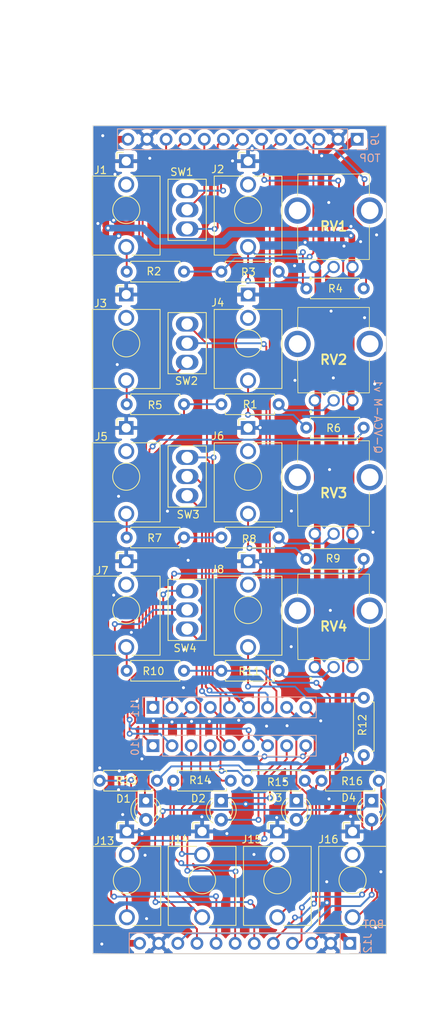
<source format=kicad_pcb>
(kicad_pcb (version 20241229) (generator "pcbnew") (generator_version "9.0")
  (layers (0 "F.Cu" signal) (2 "B.Cu" signal) (13 "F.Paste" user) (15 "B.Paste" user) (5 "F.SilkS" user "F.Silkscreen") (7 "B.SilkS" user "B.Silkscreen") (1 "F.Mask" user) (3 "B.Mask" user) (25 "Edge.Cuts" user))
  (net 0 "")
  (net 1 "Net-(J1-PadT)")
  (net 2 "GND")
  (net 4 "Net-(J2-PadT)")
  (net 6 "Net-(J3-PadT)")
  (net 8 "Net-(J4-PadT)")
  (net 11 "Net-(J5-PadT)")
  (net 13 "Net-(J6-PadT)")
  (net 15 "Net-(J7-PadT)")
  (net 17 "Net-(J8-PadT)")
  (net 18 "/MIX_A")
  (net 19 "Net-(J13-PadT)")
  (net 20 "/LED_A1")
  (net 21 "/MIX_B")
  (net 22 "/MIX_C")
  (net 23 "/LED_A2")
  (net 24 "Net-(J14-PadT)")
  (net 25 "/LED_B2")
  (net 26 "/COMMON_A")
  (net 27 "+12V")
  (net 28 "/IN_A")
  (net 29 "-12V")
  (net 30 "/OUT_B")
  (net 31 "/LIN_A")
  (net 32 "/OFFSET_B")
  (net 33 "/LOG_A")
  (net 34 "/LOG_B")
  (net 35 "/OFFSET_A")
  (net 36 "/IN_B")
  (net 37 "/OUT_A")
  (net 38 "/LIN_B")
  (net 39 "/COMMON_B")
  (net 40 "/LIN_D")
  (net 41 "/OUT_C")
  (net 42 "/COMMON_D")
  (net 43 "/IN_D")
  (net 44 "/LOG_C")
  (net 45 "/OFFSET_D")
  (net 46 "/OFFSET_C")
  (net 47 "/COMMON_C")
  (net 48 "/MIX_OUT")
  (net 49 "/LOG_D")
  (net 50 "/IN_C")
  (net 51 "/LIN_C")
  (net 52 "Net-(R1-Pad1)")
  (net 53 "Net-(R3-Pad1)")
  (net 54 "Net-(R8-Pad1)")
  (net 55 "Net-(R11-Pad1)")
  (net 56 "/LED_B1")
  (net 57 "/LED_C2")
  (net 58 "/LED_C1")
  (net 59 "/LED_MIX1")
  (net 60 "/LED_MIX2")
  (net 61 "Net-(J15-PadT)")
  (net 63 "Net-(J16-PadT)")
  (footprint "Eurorack Common:Sub-Miniature SPDT" (layer "F.Cu") (at 33.219261 58.134307 90)
    (property "Reference" "SW2")
    (property "Value" "~")
  )
  (footprint "Resistor_THT:R_Axial_DIN0207_L6.3mm_D2.5mm_P7.62mm_Horizontal" (layer "F.Cu") (at 25.18 48.63017)
    (property "Reference" "R2")
    (property "Value" "100K")
  )
  (footprint "Eurorack Common:Thonkicon" (layer "F.Cu") (at 55.205911 122.991224)
    (property "Reference" "J16")
    (property "Value" "~")
  )
  (footprint "Eurorack Common:Thonkicon" (layer "F.Cu") (at 41.315973 51.674307)
    (property "Reference" "J4")
    (property "Value" "~")
  )
  (footprint "Eurorack Common:Thonkicon" (layer "F.Cu") (at 25.119261 33.959135)
    (property "Reference" "J1")
    (property "Value" "~")
  )
  (footprint "Eurorack Common:Thonkicon" (layer "F.Cu") (at 25.119261 87.104651)
    (property "Reference" "J7")
    (property "Value" "~")
  )
  (footprint "Eurorack Common:Sub-Miniature SPDT" (layer "F.Cu") (at 33.219261 93.564651 90)
    (property "Reference" "SW4")
    (property "Value" "~")
  )
  (footprint "Eurorack Common:Thonkicon" (layer "F.Cu") (at 45.205911 122.991224)
    (property "Reference" "J15")
    (property "Value" "~")
  )
  (footprint "LED_THT:LED_D3.0mm" (layer "F.Cu") (at 27.73663 118.903826 -90)
    (property "Reference" "D1")
    (property "Value" "LED_Dual_Bidirectional")
  )
  (footprint "Eurorack Common:Thonkicon" (layer "F.Cu") (at 25.119261 51.674307)
    (property "Reference" "J3")
    (property "Value" "~")
  )
  (footprint "Eurorack Common:Alpha Potentiometer" (layer "F.Cu") (at 50.192503 48.018271)
    (property "Reference" "RV1")
    (property "Value" "100K" (hide yes))
  )
  (footprint "Resistor_THT:R_Axial_DIN0207_L6.3mm_D2.5mm_P7.62mm_Horizontal" (layer "F.Cu") (at 56.7 105.24474 -90)
    (property "Reference" "R12")
    (property "Value" "100K")
  )
  (footprint "Resistor_THT:R_Axial_DIN0207_L6.3mm_D2.5mm_P7.62mm_Horizontal" (layer "F.Cu") (at 25.18 101.65)
    (property "Reference" "R10")
    (property "Value" "100K")
  )
  (footprint "Resistor_THT:R_Axial_DIN0207_L6.3mm_D2.5mm_P7.62mm_Horizontal" (layer "F.Cu") (at 49.056932 69.360371)
    (property "Reference" "R6")
    (property "Value" "100K")
  )
  (footprint "Resistor_THT:R_Axial_DIN0207_L6.3mm_D2.5mm_P7.62mm_Horizontal" (layer "F.Cu") (at 49.068659 50.867445)
    (property "Reference" "R4")
    (property "Value" "100K")
  )
  (footprint "Resistor_THT:R_Axial_DIN0207_L6.3mm_D2.5mm_P7.62mm_Horizontal" (layer "F.Cu") (at 21.59 116.25)
    (property "Reference" "R13")
    (property "Value" "1K")
  )
  (footprint "Eurorack Common:Thonkicon" (layer "F.Cu") (at 35.205911 122.991224)
    (property "Reference" "J14")
    (property "Value" "~")
  )
  (footprint "LED_THT:LED_D3.0mm" (layer "F.Cu") (at 37.73663 118.903826 -90)
    (property "Reference" "D2")
    (property "Value" "LED_Dual_Bidirectional")
  )
  (footprint "Eurorack Common:Thonkicon" (layer "F.Cu") (at 25.205911 122.991224)
    (property "Reference" "J13")
    (property "Value" "~")
  )
  (footprint "Eurorack Common:Thonkicon" (layer "F.Cu") (at 41.315973 33.959135)
    (property "Reference" "J2")
    (property "Value" "~")
  )
  (footprint "Eurorack Common:Thonkicon" (layer "F.Cu") (at 25.119261 69.389479)
    (property "Reference" "J5")
    (property "Value" "~")
  )
  (footprint "Eurorack Common:Sub-Miniature SPDT" (layer "F.Cu") (at 33.219261 75.849479 90)
    (property "Reference" "SW3")
    (property "Value" "~")
  )
  (footprint "Eurorack Common:Sub-Miniature SPDT" (layer "F.Cu") (at 33.219261 40.419135 90)
    (property "Reference" "SW1")
    (property "Value" "~")
  )
  (footprint "Resistor_THT:R_Axial_DIN0207_L6.3mm_D2.5mm_P7.62mm_Horizontal" (layer "F.Cu") (at 48.861426 116.25 180)
    (property "Reference" "R15")
    (property "Value" "1K")
  )
  (footprint "Resistor_THT:R_Axial_DIN0207_L6.3mm_D2.5mm_P7.62mm_Horizontal" (layer "F.Cu") (at 58.7 116.25 180)
    (property "Reference" "R16")
    (property "Value" "1K")
  )
  (footprint "Eurorack Common:Thonkicon" (layer "F.Cu") (at 41.315973 87.104651)
    (property "Reference" "J8")
    (property "Value" "~")
  )
  (footprint "LED_THT:LED_D3.0mm" (layer "F.Cu") (at 47.73663 118.903826 -90)
    (property "Reference" "D3")
    (property "Value" "LED_Dual_Bidirectional")
  )
  (footprint "Resistor_THT:R_Axial_DIN0207_L6.3mm_D2.5mm_P7.62mm_Horizontal" (layer "F.Cu") (at 25.18 83.95)
    (property "Reference" "R7")
    (property "Value" "100K")
  )
  (footprint "Resistor_THT:R_Axial_DIN0207_L6.3mm_D2.5mm_P7.62mm_Horizontal" (layer "F.Cu") (at 25.18 66.25)
    (property "Reference" "R5")
    (property "Value" "100K")
  )
  (footprint "Resistor_THT:R_Axial_DIN0207_L6.3mm_D2.5mm_P7.62mm_Horizontal" (layer "F.Cu") (at 45.383899 66.25 180)
    (property "Reference" "R1")
    (property "Value" "100K")
  )
  (footprint "Resistor_THT:R_Axial_DIN0207_L6.3mm_D2.5mm_P7.62mm_Horizontal" (layer "F.Cu") (at 45.383899 83.95 180)
    (property "Reference" "R8")
    (property "Value" "100K")
  )
  (footprint "Eurorack Common:Alpha Potentiometer" (layer "F.Cu") (at 50.192503 65.733742)
    (property "Reference" "RV2")
    (property "Value" "100K" (hide yes))
  )
  (footprint "LED_THT:LED_D3.0mm" (layer "F.Cu") (at 57.73663 118.903826 -90)
    (property "Reference" "D4")
    (property "Value" "LED_Dual_Bidirectional")
  )
  (footprint "Resistor_THT:R_Axial_DIN0207_L6.3mm_D2.5mm_P7.62mm_Horizontal" (layer "F.Cu") (at 31.38 116.25)
    (property "Reference" "R14")
    (property "Value" "1K")
  )
  (footprint "Resistor_THT:R_Axial_DIN0207_L6.3mm_D2.5mm_P7.62mm_Horizontal" (layer "F.Cu") (at 45.383899 48.63017 180)
    (property "Reference" "R3")
    (property "Value" "100K")
  )
  (footprint "Eurorack Common:Alpha Potentiometer" (layer "F.Cu") (at 50.192503 101.164685)
    (property "Reference" "RV4")
    (property "Value" "100K" (hide yes))
  )
  (footprint "Eurorack Common:Alpha Potentiometer" (layer "F.Cu") (at 50.192503 83.449214)
    (property "Reference" "RV3")
    (property "Value" "100K" (hide yes))
  )
  (footprint "Resistor_THT:R_Axial_DIN0207_L6.3mm_D2.5mm_P7.62mm_Horizontal" (layer "F.Cu") (at 45.383899 101.65 180)
    (property "Reference" "R11")
    (property "Value" "100K")
  )
  (footprint "Eurorack Common:Thonkicon" (layer "F.Cu") (at 41.315973 69.389479)
    (property "Reference" "J6")
    (property "Value" "~")
  )
  (footprint "Resistor_THT:R_Axial_DIN0207_L6.3mm_D2.5mm_P7.62mm_Horizontal" (layer "F.Cu") (at 49.068659 86.794916)
    (property "Reference" "R9")
    (property "Value" "100K")
  )
  (footprint "Connector_PinHeader_2.54mm:PinHeader_1x09_P2.54mm_Vertical" (layer "B.Cu") (at 28.671838 106.515247 -90)
    (property "Reference" "J11")
    (property "Value" "Conn_01x09_Socket")
  )
  (footprint "Connector_PinHeader_2.54mm:PinHeader_1x09_P2.54mm_Vertical" (layer "B.Cu") (at 28.671838 111.602783 -90)
    (property "Reference" "J10")
    (property "Value" "Conn_01x09_Socket")
  )
  (footprint "Connector_PinHeader_2.54mm:PinHeader_1x13_P2.54mm_Vertical" (layer "B.Cu") (at 55.82 31.05 90)
    (property "Reference" "J9")
    (property "Value" "Conn_01x13_Socket")
  )
  (footprint "Connector_PinHeader_2.54mm:PinHeader_1x12_P2.54mm_Vertical" (layer "B.Cu") (at 54.84 137.85 90)
    (property "Reference" "J12")
    (property "Value" "Conn_01x12_Pin")
  )
  (gr_rect (start 20.7 29.25) (end 59.7 139.25) (stroke (width 0.1)) (fill no) (layer "Edge.Cuts"))
  (gr_text "Q-VCA-M v1" (at 58 72.9 270) (layer "B.SilkS") (effects (font (size 1 1)) (justify left bottom mirror)))
  (gr_text "BOT" (at 59.5 135.9 0) (layer "B.SilkS") (effects (font (size 1 1)) (justify left bottom mirror)))
  (gr_text "TOP" (at 59 34.15 0) (layer "B.SilkS") (effects (font (size 1 1)) (justify left bottom mirror)))
  (segment (start 25.18 48.63017) (end 25.18 45.419874) (width 0.25) (layer "F.Cu") (net 1))
  (segment (start 25.18 45.419874) (end 25.119261 45.359135) (width 0.25) (layer "F.Cu") (net 1))
  (segment (start 24.2 114.95) (end 24.2 117.35) (width 0.25) (layer "F.Cu") (net 2))
  (segment (start 24.2 117.35) (end 24.1 117.45) (width 0.25) (layer "F.Cu") (net 2))
  (via (at 32.775 98.85) (size 0.8) (drill 0.4) (layers "F.Cu" "B.Cu") (net 2))
  (via (at 36.2 116.45) (size 0.8) (drill 0.4) (layers "F.Cu" "B.Cu") (net 2))
  (via (at 25.8 96.55) (size 0.8) (drill 0.4) (layers "F.Cu" "B.Cu") (net 2))
  (via (at 56.8 54.75) (size 0.8) (drill 0.4) (layers "F.Cu" "B.Cu") (net 2))
  (via (at 33.8 108.375) (size 0.8) (drill 0.4) (layers "F.Cu" "B.Cu") (net 2))
  (via (at 52.15 74.925) (size 0.8) (drill 0.4) (layers "F.Cu" "B.Cu") (net 2))
  (via (at 26.55 105.7) (size 0.8) (drill 0.4) (layers "F.Cu" "B.Cu") (net 2))
  (via (at 51.1 33.25) (size 0.8) (drill 0.4) (layers "F.Cu" "B.Cu") (net 2))
  (via (at 40.075 108.225) (size 0.8) (drill 0.4) (layers "F.Cu" "B.Cu") (net 2))
  (via (at 33.35 86.975) (size 0.8) (drill 0.4) (layers "F.Cu" "B.Cu") (net 2))
  (via (at 47.075 80.425) (size 0.8) (drill 0.4) (layers "F.Cu" "B.Cu") (net 2))
  (via (at 22 30.575) (size 0.8) (drill 0.4) (layers "F.Cu" "B.Cu") (net 2))
  (via (at 23.925 60.975) (size 0.8) (drill 0.4) (layers "F.Cu" "B.Cu") (net 2))
  (via (at 27.225 123.275) (size 0.8) (drill 0.4) (layers "F.Cu" "B.Cu") (net 2))
  (via (at 58.975 128.35) (size 0.8) (drill 0.4) (layers "F.Cu" "B.Cu") (net 2))
  (via (at 24.1 117.45) (size 0.8) (drill 0.4) (layers "F.Cu" "B.Cu") (net 2))
  (via (at 24.1 43.895) (size 0.8) (drill 0.4) (layers "F.Cu" "B.Cu") (net 2))
  (via (at 47.55 63.075) (size 0.8) (drill 0.4) (layers "F.Cu" "B.Cu") (net 2))
  (via (at 38.5 123.275) (size 0.8) (drill 0.4) (layers "F.Cu" "B.Cu") (net 2))
  (via (at 45.125 121.15) (size 0.8) (drill 0.4) (layers "F.Cu" "B.Cu") (net 2))
  (via (at 27.825 134.575) (size 0.8) (drill 0.4) (layers "F.Cu" "B.Cu") (net 2))
  (via (at 52.25 93.625) (size 0.8) (drill 0.4) (layers "F.Cu" "B.Cu") (net 2))
  (via (at 21.875 137.95) (size 0.8) (drill 0.4) (layers "F.Cu" "B.Cu") (net 2))
  (via (at 42.1 126.05) (size 0.8) (drill 0.4) (layers "F.Cu" "B.Cu") (net 2))
  (via (at 47.05 98.45) (size 0.8) (drill 0.4) (layers "F.Cu" "B.Cu") (net 2))
  (via (at 24.2 114.95) (size 0.8) (drill 0.4) (layers "F.Cu" "B.Cu") (net 2))
  (via (at 56.275 44.65) (size 0.8) (drill 0.4) (layers "F.Cu" "B.Cu") (net 2))
  (via (at 28.25 33.575) (size 0.8) (drill 0.4) (layers "F.Cu" "B.Cu") (net 2))
  (via (at 58.4 43.75) (size 0.8) (drill 0.4) (layers "F.Cu" "B.Cu") (net 2))
  (via (at 27.2 113.35) (size 0.8) (drill 0.4) (layers "F.Cu" "B.Cu") (net 2))
  (via (at 52.35 53.875) (size 0.8) (drill 0.4) (layers "F.Cu" "B.Cu") (net 2))
  (via (at 50.975 108.3) (size 0.8) (drill 0.4) (layers "F.Cu" "B.Cu") (net 2))
  (via (at 43.775 109) (size 0.8) (drill 0.4) (layers "F.Cu" "B.Cu") (net 2))
  (via (at 52.075 118.675) (size 0.8) (drill 0.4) (layers "F.Cu" "B.Cu") (net 2))
  (via (at 30.6 80.45) (size 0.8) (drill 0.4) (layers "F.Cu" "B.Cu") (net 2))
  (via (at 51.8 132.45) (size 0.8) (drill 0.4) (layers "F.Cu" "B.Cu") (net 2))
  (via (at 54.067348 45.237347) (size 0.8) (drill 0.4) (layers "F.Cu" "B.Cu") (net 2))
  (via (at 41 119.35) (size 0.8) (drill 0.4) (layers "F.Cu" "B.Cu") (net 2))
  (via (at 23.45 91.6) (size 0.8) (drill 0.4) (layers "F.Cu" "B.Cu") (net 2))
  (via (at 52.65 62.75) (size 0.8) (drill 0.4) (layers "F.Cu" "B.Cu") (net 2))
  (via (at 32.725 103.9) (size 0.8) (drill 0.4) (layers "F.Cu" "B.Cu") (net 2))
  (via (at 42.925 69.35) (size 0.8) (drill 0.4) (layers "F.Cu" "B.Cu") (net 2))
  (via (at 23.625 35.7) (size 0.8) (drill 0.4) (layers "F.Cu" "B.Cu") (net 2))
  (via (at 28.725 108.3) (size 0.8) (drill 0.4) (layers "F.Cu" "B.Cu") (net 2))
  (via (at 57.925 83.25) (size 0.8) (drill 0.4) (layers "F.Cu" "B.Cu") (net 2))
  (via (at 36.175 108.375) (size 0.8) (drill 0.4) (layers "F.Cu" "B.Cu") (net 2))
  (via (at 48.9 44.75) (size 0.8) (drill 0.4) (layers "F.Cu" "B.Cu") (net 2))
  (via (at 21.355 42.237326) (size 0.8) (drill 0.4) (layers "F.Cu" "B.Cu") (net 2))
  (via (at 24.65 120.75) (size 0.8) (drill 0.4) (layers "F.Cu" "B.Cu") (net 2))
  (via (at 27.625 126.15) (size 0.8) (drill 0.4) (layers "F.Cu" "B.Cu") (net 2))
  (via (at 39.25 33.925) (size 0.8) (drill 0.4) (layers "F.Cu" "B.Cu") (net 2))
  (via (at 23.445 41.805) (size 0.8) (drill 0.4) (layers "F.Cu" "B.Cu") (net 2))
  (via (at 54.95 121) (size 0.8) (drill 0.4) (layers "F.Cu" "B.Cu") (net 2))
  (via (at 51.775 129.675) (size 0.8) (drill 0.4) (layers "F.Cu" "B.Cu") (net 2))
  (via (at 47.5 47.85) (size 0.8) (drill 0.4) (layers "F.Cu" "B.Cu") (net 2))
  (via (at 31.2 108.45) (size 0.8) (drill 0.4) (layers "F.Cu" "B.Cu") (net 2))
  (via (at 58.275 135.775) (size 0.8) (drill 0.4) (layers "F.Cu" "B.Cu") (net 2))
  (via (at 24.1 78.475) (size 0.8) (drill 0.4) (layers "F.Cu" "B.Cu") (net 2))
  (via (at 46.2 116.25) (size 0.8) (drill 0.4) (layers "F.Cu" "B.Cu") (net 2))
  (via (at 58.15 63.55) (size 0.8) (drill 0.4) (layers "F.Cu" "B.Cu") (net 2))
  (via (at 41.85 32.275) (size 0.8) (drill 0.4) (layers "F.Cu" "B.Cu") (net 2))
  (via (at 21.6 114.55) (size 0.8) (drill 0.4) (layers "F.Cu" "B.Cu") (net 2))
  (via (at 52.045 39.45) (size 0.8) (drill 0.4) (layers "F.Cu" "B.Cu") (net 2))
  (via (at 35.175 121.05) (size 0.8) (drill 0.4) (layers "F.Cu" "B.Cu") (net 2))
  (via (at 43 87.225) (size 0.8) (drill 0.4) (layers "F.Cu" "B.Cu") (net 2))
  (via (at 46.5 108.95) (size 0.8) (drill 0.4) (layers "F.Cu" "B.Cu") (net 2))
  (via (at 54.995433 42.621929) (size 0.8) (drill 0.4) (layers "F.Cu" "B.Cu") (net 2))
  (segment (start 41.315973 49.834027) (end 41.315973 45.359135) (width 0.25) (layer "F.Cu") (net 4))
  (segment (start 48.6 46.05) (end 48.6 50.398786) (width 0.25) (layer "F.Cu") (net 4))
  (segment (start 48.6 50.398786) (end 49.068659 50.867445) (width 0.25) (layer "F.Cu") (net 4))
  (segment (start 41.3 49.85) (end 41.315973 49.834027) (width 0.25) (layer "F.Cu") (net 4))
  (via (at 48.6 46.05) (size 0.8) (drill 0.4) (layers "F.Cu" "B.Cu") (net 4))
  (via (at 41.3 49.85) (size 0.8) (drill 0.4) (layers "F.Cu" "B.Cu") (net 4))
  (segment (start 48.3 46.35) (end 48.6 46.05) (width 0.25) (layer "B.Cu") (net 4))
  (segment (start 42.3 46.35) (end 48.3 46.35) (width 0.25) (layer "B.Cu") (net 4))
  (segment (start 49.068659 50.867445) (end 48.26866 50.067446) (width 0.25) (layer "B.Cu") (net 4))
  (segment (start 41.517446 50.067446) (end 41.3 49.85) (width 0.25) (layer "B.Cu") (net 4))
  (segment (start 48.26866 50.067446) (end 41.517446 50.067446) (width 0.25) (layer "B.Cu") (net 4))
  (segment (start 41.315973 45.359135) (end 41.315973 45.365973) (width 0.25) (layer "B.Cu") (net 4))
  (segment (start 41.315973 45.365973) (end 42.3 46.35) (width 0.25) (layer "B.Cu") (net 4))
  (segment (start 25.18 66.25) (end 25.18 63.135046) (width 0.25) (layer "F.Cu") (net 6))
  (segment (start 25.18 63.135046) (end 25.119261 63.074307) (width 0.25) (layer "F.Cu") (net 6))
  (segment (start 41.3 67.65) (end 41.315973 67.634027) (width 0.25) (layer "F.Cu") (net 8))
  (segment (start 41.315973 67.634027) (end 41.315973 63.074307) (width 0.25) (layer "F.Cu") (net 8))
  (via (at 41.3 67.65) (size 0.8) (drill 0.4) (layers "F.Cu" "B.Cu") (net 8))
  (segment (start 47.346561 67.65) (end 41.3 67.65) (width 0.25) (layer "B.Cu") (net 8))
  (segment (start 49.068659 69.372098) (end 47.346561 67.65) (width 0.25) (layer "B.Cu") (net 8))
  (segment (start 25.18 83.95) (end 25.18 80.850218) (width 0.25) (layer "F.Cu") (net 11))
  (segment (start 25.18 80.850218) (end 25.119261 80.789479) (width 0.25) (layer "F.Cu") (net 11))
  (segment (start 41.315973 85.165973) (end 41.315973 80.789479) (width 0.25) (layer "F.Cu") (net 13))
  (segment (start 41.5 85.35) (end 41.315973 85.165973) (width 0.25) (layer "F.Cu") (net 13))
  (via (at 41.5 85.35) (size 0.8) (drill 0.4) (layers "F.Cu" "B.Cu") (net 13))
  (segment (start 49.068659 86.794916) (end 47.623743 85.35) (width 0.25) (layer "B.Cu") (net 13))
  (segment (start 47.623743 85.35) (end 41.5 85.35) (width 0.25) (layer "B.Cu") (net 13))
  (segment (start 25.18 98.56539) (end 25.119261 98.504651) (width 0.25) (layer "F.Cu") (net 15))
  (segment (start 25.18 101.65) (end 25.18 98.56539) (width 0.25) (layer "F.Cu") (net 15))
  (segment (start 41.315973 103.75) (end 41.315973 98.504651) (width 0.25) (layer "F.Cu") (net 17))
  (via (at 41.315973 103.75) (size 0.8) (drill 0.4) (layers "F.Cu" "B.Cu") (net 17))
  (segment (start 47.573919 103.75) (end 49.068659 105.24474) (width 0.25) (layer "B.Cu") (net 17))
  (segment (start 41.315973 103.75) (end 47.573919 103.75) (width 0.25) (layer "B.Cu") (net 17))
  (segment (start 49.068659 105.24474) (end 56.7 105.24474) (width 0.25) (layer "B.Cu") (net 17))
  (segment (start 44.2 32.51) (end 45.66 31.05) (width 0.25) (layer "F.Cu") (net 18))
  (segment (start 43.5 123.95) (end 43.5 115.35) (width 0.25) (layer "F.Cu") (net 18))
  (segment (start 43.5 115.35) (end 45.087838 113.762162) (width 0.25) (layer "F.Cu") (net 18))
  (segment (start 45.087838 113.762162) (end 45.087838 104.337838) (width 0.25) (layer "F.Cu") (net 18))
  (segment (start 44.2 103.45) (end 44.2 32.51) (width 0.25) (layer "F.Cu") (net 18))
  (segment (start 45.087838 104.337838) (end 44.2 103.45) (width 0.25) (layer "F.Cu") (net 18))
  (via (at 43.5 123.95) (size 0.8) (drill 0.4) (layers "F.Cu" "B.Cu") (net 18))
  (segment (start 27.064911 124.232224) (end 43.217776 124.232224) (width 0.25) (layer "B.Cu") (net 18))
  (segment (start 25.205911 126.091224) (end 27.064911 124.232224) (width 0.25) (layer "B.Cu") (net 18))
  (segment (start 43.217776 124.232224) (end 43.5 123.95) (width 0.25) (layer "B.Cu") (net 18))
  (segment (start 23.575219 130.147197) (end 25.205911 131.77789) (width 0.25) (layer "F.Cu") (net 19))
  (segment (start 23.575219 120.574781) (end 23.575219 130.147197) (width 0.25) (layer "F.Cu") (net 19))
  (segment (start 25.205911 131.77789) (end 25.205911 134.391224) (width 0.25) (layer "F.Cu") (net 19))
  (segment (start 25.775 116.15) (end 25.775 118.375) (width 0.25) (layer "F.Cu") (net 19))
  (segment (start 25.775 118.375) (end 23.575219 120.574781) (width 0.25) (layer "F.Cu") (net 19))
  (segment (start 21.429 116.411) (end 21.59 116.25) (width 0.25) (layer "F.Cu") (net 19))
  (via (at 25.775 116.15) (size 0.8) (drill 0.4) (layers "F.Cu" "B.Cu") (net 19))
  (segment (start 25.775 116.15) (end 25.675 116.25) (width 0.25) (layer "B.Cu") (net 19))
  (segment (start 25.675 116.25) (end 21.59 116.25) (width 0.25) (layer "B.Cu") (net 19))
  (segment (start 27.3 101.78781) (end 27.3 36.71) (width 0.25) (layer "F.Cu") (net 20))
  (segment (start 27.6 115.35) (end 26.3 114.05) (width 0.25) (layer "F.Cu") (net 20))
  (segment (start 27.3 36.71) (end 32.96 31.05) (width 0.25) (layer "F.Cu") (net 20))
  (segment (start 27.73663 118.903826) (end 27.6 118.767196) (width 0.25) (layer "F.Cu") (net 20))
  (segment (start 26.3 114.05) (end 26.3 112.299) (width 0.25) (layer "F.Cu") (net 20))
  (segment (start 26.3 112.299) (end 24.851 110.85) (width 0.25) (layer "F.Cu") (net 20))
  (segment (start 27.6 118.767196) (end 27.6 115.35) (width 0.25) (layer "F.Cu") (net 20))
  (segment (start 24.851 110.85) (end 24.851 104.23681) (width 0.25) (layer "F.Cu") (net 20))
  (segment (start 24.851 104.23681) (end 27.3 101.78781) (width 0.25) (layer "F.Cu") (net 20))
  (segment (start 32.519571 119.880429) (end 33.751838 118.648162) (width 0.25) (layer "F.Cu") (net 21))
  (segment (start 32.519571 125.975) (end 32.519571 119.880429) (width 0.25) (layer "F.Cu") (net 21))
  (segment (start 33.751838 118.648162) (end 33.751838 111.602783) (width 0.25) (layer "F.Cu") (net 21))
  (via (at 32.519571 125.975) (size 0.8) (drill 0.4) (layers "F.Cu" "B.Cu") (net 21))
  (segment (start 32.519571 125.975) (end 35.089687 125.975) (width 0.25) (layer "B.Cu") (net 21))
  (segment (start 35.089687 125.975) (end 35.205911 126.091224) (width 0.25) (layer "B.Cu") (net 21))
  (segment (start 31.45 119.106) (end 32.506 118.05) (width 0.25) (layer "F.Cu") (net 22))
  (segment (start 31.45 126.4) (end 31.45 119.106) (width 0.25) (layer "F.Cu") (net 22))
  (segment (start 32.432934 127.196243) (end 32.246243 127.196243) (width 0.25) (layer "F.Cu") (net 22))
  (segment (start 32.246243 127.196243) (end 31.45 126.4) (width 0.25) (layer "F.Cu") (net 22))
  (segment (start 32.506 107.761085) (end 33.751838 106.515247) (width 0.25) (layer "F.Cu") (net 22))
  (segment (start 32.506 118.05) (end 32.506 107.761085) (width 0.25) (layer "F.Cu") (net 22))
  (via (at 32.432934 127.196243) (size 0.8) (drill 0.4) (layers "F.Cu" "B.Cu") (net 22))
  (segment (start 43.814911 127.482224) (end 45.205911 126.091224) (width 0.25) (layer "B.Cu") (net 22))
  (segment (start 32.532224 127.482224) (end 43.814911 127.482224) (width 0.25) (layer "B.Cu") (net 22))
  (segment (start 32.432934 127.196243) (end 32.432934 127.382934) (width 0.25) (layer "B.Cu") (net 22))
  (segment (start 32.432934 127.382934) (end 32.532224 127.482224) (width 0.25) (layer "B.Cu") (net 22))
  (segment (start 30.42 32.95219) (end 30.42 31.05) (width 0.25) (layer "F.Cu") (net 23))
  (segment (start 27.73663 121.443826) (end 27.693826 121.443826) (width 0.25) (layer "F.Cu") (net 23))
  (segment (start 26.849 36.52319) (end 30.42 32.95219) (width 0.25) (layer "F.Cu") (net 23))
  (segment (start 24.4 104.05) (end 26.849 101.601) (width 0.25) (layer "F.Cu") (net 23))
  (segment (start 26.5 115.601) (end 25.849 114.95) (width 0.25) (layer "F.Cu") (net 23))
  (segment (start 26.5 120.25) (end 26.5 115.601) (width 0.25) (layer "F.Cu") (net 23))
  (segment (start 25.849 114.95) (end 25.849 112.48581) (width 0.25) (layer "F.Cu") (net 23))
  (segment (start 24.4 111.03681) (end 24.4 104.05) (width 0.25) (layer "F.Cu") (net 23))
  (segment (start 25.849 112.48581) (end 24.4 111.03681) (width 0.25) (layer "F.Cu") (net 23))
  (segment (start 26.849 101.601) (end 26.849 36.52319) (width 0.25) (layer "F.Cu") (net 23))
  (segment (start 27.693826 121.443826) (end 26.5 120.25) (width 0.25) (layer "F.Cu") (net 23))
  (segment (start 35.205911 134.391224) (end 30.999 130.184313) (width 0.25) (layer "F.Cu") (net 24))
  (segment (start 30.999 116.631) (end 31.38 116.25) (width 0.25) (layer "F.Cu") (net 24))
  (segment (start 30.999 130.184313) (end 30.999 116.631) (width 0.25) (layer "F.Cu") (net 24))
  (segment (start 48.991838 112.633162) (end 48.6 113.025) (width 0.25) (layer "F.Cu") (net 25))
  (segment (start 43.5 113.025) (end 42.7 113.825) (width 0.25) (layer "F.Cu") (net 25))
  (segment (start 42.7 113.825) (end 42.7 121.45) (width 0.25) (layer "F.Cu") (net 25))
  (segment (start 48.991838 111.602783) (end 48.991838 112.633162) (width 0.25) (layer "F.Cu") (net 25))
  (via (at 42.7 121.45) (size 0.8) (drill 0.4) (layers "F.Cu" "B.Cu") (net 25))
  (via (at 48.6 113.025) (size 0.8) (drill 0.4) (layers "F.Cu" "B.Cu") (net 25))
  (via (at 43.5 113.025) (size 0.8) (drill 0.4) (layers "F.Cu" "B.Cu") (net 25))
  (segment (start 42.193826 121.443826) (end 37.73663 121.443826) (width 0.25) (layer "B.Cu") (net 25))
  (segment (start 42.7 121.45) (end 42.2 121.45) (width 0.25) (layer "B.Cu") (net 25))
  (segment (start 48.6 113.025) (end 48.575 113.05) (width 0.25) (layer "B.Cu") (net 25))
  (segment (start 43.525 113.05) (end 43.5 113.025) (width 0.25) (layer "B.Cu") (net 25))
  (segment (start 48.575 113.05) (end 43.525 113.05) (width 0.25) (layer "B.Cu") (net 25))
  (segment (start 42.2 121.45) (end 42.193826 121.443826) (width 0.25) (layer "B.Cu") (net 25))
  (segment (start 35.5 31.05) (end 35.5 38.138396) (width 0.25) (layer "F.Cu") (net 26))
  (segment (start 35.5 38.138396) (end 33.219261 40.419135) (width 0.25) (layer "F.Cu") (net 26))
  (segment (start 53.804 32.546) (end 51 35.35) (width 0.89) (layer "F.Cu") (net 27))
  (segment (start 55.82 31.05) (end 55.3 31.05) (width 0.89) (layer "F.Cu") (net 27))
  (segment (start 51 35.35) (end 51 47.167558) (width 0.89) (layer "F.Cu") (net 27))
  (segment (start 53.255219 128.1) (end 53.255219 136.265219) (width 0.89) (layer "F.Cu") (net 27))
  (segment (start 50.514659 100.892011) (end 50.284046 101.122624) (width 0.89) (layer "F.Cu") (net 27))
  (segment (start 51.6 126.444781) (end 53.255219 128.1) (width 0.89) (layer "F.Cu") (net 27))
  (segment (start 54.776 31.669664) (end 53.899664 32.546) (width 0.89) (layer "F.Cu") (net 27))
  (segment (start 53.899664 32.546) (end 53.804 32.546) (width 0.89) (layer "F.Cu") (net 27))
  (segment (start 50.113348 48.05421) (end 50.6 48.540862) (width 0.89) (layer "F.Cu") (net 27))
  (segment (start 54.776 31.574) (end 54.776 31.669664) (width 0.89) (layer "F.Cu") (net 27))
  (segment (start 55.3 31.05) (end 54.776 31.574) (width 0.89) (layer "F.Cu") (net 27))
  (segment (start 50.284046 83.433153) (end 50.514659 83.663766) (width 0.89) (layer "F.Cu") (net 27))
  (segment (start 50.588814 65.438913) (end 50.284046 65.743681) (width 0.89) (layer "F.Cu") (net 27))
  (segment (start 53.255219 104.093797) (end 53.255219 120.225) (width 0.89) (layer "F.Cu") (net 27))
  (segment (start 50.113348 65.743681) (end 50.514659 66.144992) (width 0.89) (layer "F.Cu") (net 27))
  (segment (start 50.284046 101.122624) (end 53.255219 104.093797) (width 0.89) (layer "F.Cu") (net 27))
  (segment (start 53.255219 136.265219) (end 54.84 137.85) (width 0.89) (layer "F.Cu") (net 27))
  (segment (start 50.6 65.257029) (end 50.113348 65.743681) (width 0.89) (layer "F.Cu") (net 27))
  (segment (start 50.514659 83.031842) (end 50.113348 83.433153) (width 0.89) (layer "F.Cu") (net 27))
  (segment (start 50.514659 83.663766) (end 50.514659 100.892011) (width 0.89) (layer "F.Cu") (net 27))
  (segment (start 50.514659 66.144992) (end 50.514659 83.031842) (width 0.89) (layer "F.Cu") (net 27))
  (segment (start 50.6 48.540862) (end 50.6 65.257029) (width 0.89) (layer "F.Cu") (net 27))
  (segment (start 53.255219 120.225) (end 51.6 121.880219) (width 0.89) (layer "F.Cu") (net 27))
  (segment (start 51.6 121.880219) (end 51.6 126.444781) (width 0.89) (layer "F.Cu") (net 27))
  (segment (start 51 47.167558) (end 50.113348 48.05421) (width 0.89) (layer "F.Cu") (net 27))
  (segment (start 56.8 36.35) (end 56.8 36.45) (width 0.25) (layer "F.Cu") (net 28))
  (segment (start 57 43.15) (end 57 50.556104) (width 0.25) (layer "F.Cu") (net 28))
  (segment (start 55.3 39.45) (end 55.3 41.45) (width 0.25) (layer "F.Cu") (net 28))
  (segment (start 56.8 36.45) (end 56.7 36.55) (width 0.25) (layer "F.Cu") (net 28))
  (segment (start 56.7 36.55) (end 56.7 38.05) (width 0.25) (layer "F.Cu") (net 28))
  (segment (start 55.3 41.45) (end 57 43.15) (width 0.25) (layer "F.Cu") (net 28))
  (segment (start 57 50.556104) (end 56.688659 50.867445) (width 0.25) (layer "F.Cu") (net 28))
  (segment (start 56.7 38.05) (end 55.3 39.45) (width 0.25) (layer "F.Cu") (net 28))
  (via (at 56.8 36.35) (size 0.8) (drill 0.4) (layers "F.Cu" "B.Cu") (net 28))
  (segment (start 48.7 31.05) (end 48.2 31.05) (width 0.25) (layer "B.Cu") (net 28))
  (segment (start 56.8 36.35) (end 52.8 32.35) (width 0.25) (layer "B.Cu") (net 28))
  (segment (start 50 32.35) (end 48.7 31.05) (width 0.25) (layer "B.Cu") (net 28))
  (segment (start 52.8 32.35) (end 50 32.35) (width 0.25) (layer "B.Cu") (net 28))
  (segment (start 22.7 42.829268) (end 22.4 42.529268) (width 0.89) (layer "F.Cu") (net 29))
  (segment (start 22.780642 132.421) (end 22.791732 132.421) (width 0.89) (layer "F.Cu") (net 29))
  (segment (start 55 65.857029) (end 55.113348 65.743681) (width 0.89) (layer "F.Cu") (net 29))
  (segment (start 24.137919 31.05) (end 25.34 31.05) (width 0.89) (layer "F.Cu") (net 29))
  (segment (start 55.284046 83.433153) (end 55.019848 83.697351) (width 0.89) (layer "F.Cu") (net 29))
  (segment (start 55.113348 48.05421) (end 55.113348 43.963348) (width 0.89) (layer "F.Cu") (net 29))
  (segment (start 22.4 42.529268) (end 22.4 32.787919) (width 0.89) (layer "F.Cu") (net 29))
  (segment (start 55.113348 65.743681) (end 55.019848 65.650181) (width 0.89) (layer "F.Cu") (net 29))
  (segment (start 55 83.319805) (end 55 65.857029) (width 0.89) (layer "F.Cu") (net 29))
  (segment (start 23.1 114.55) (end 23.1 116.95) (width 0.89) (layer "F.Cu") (net 29))
  (segment (start 24.3 137.85) (end 26.9 137.85) (width 0.89) (layer "F.Cu") (net 29))
  (segment (start 23.1 136.65) (end 24.3 137.85) (width 0.89) (layer "F.Cu") (net 29))
  (segment (start 55.019848 83.697351) (end 55.019848 100.858426) (width 0.89) (layer "F.Cu") (net 29))
  (segment (start 55.113348 83.433153) (end 55 83.319805) (width 0.89) (layer "F.Cu") (net 29))
  (segment (start 22.4 113.85) (end 23.1 114.55) (width 0.89) (layer "F.Cu") (net 29))
  (segment (start 55.113348 43.963348) (end 55 43.85) (width 0.89) (layer "F.Cu") (net 29))
  (segment (start 55.019848 65.650181) (end 55.019848 48.14771) (width 0.89) (layer "F.Cu") (net 29))
  (segment (start 22.4 43.15) (end 22.4 113.85) (width 0.89) (layer "F.Cu") (net 29))
  (segment (start 55.019848 100.858426) (end 55.284046 101.122624) (width 0.89) (layer "F.Cu") (net 29))
  (segment (start 22.2 131.840359) (end 22.780642 132.421) (width 0.89) (layer "F.Cu") (net 29))
  (segment (start 23.066732 132.696) (end 23.1 132.696) (width 0.89) (layer "F.Cu") (net 29))
  (segment (start 55.284046 65.743681) (end 55.113348 65.572983) (width 0.89) (layer "F.Cu") (net 29))
  (segment (start 23.1 132.696) (end 23.1 136.65) (width 0.89) (layer "F.Cu") (net 29))
  (segment (start 22.4 32.787919) (end 24.137919 31.05) (width 0.89) (layer "F.Cu") (net 29))
  (segment (start 22.791732 132.421) (end 23.066732 132.696) (width 0.89) (layer "F.Cu") (net 29))
  (segment (start 22.7 42.85) (end 22.7 42.829268) (width 0.89) (layer "F.Cu") (net 29))
  (segment (start 23.1 116.95) (end 22.2 117.85) (width 0.89) (layer "F.Cu") (net 29))
  (segment (start 22.2 117.85) (end 22.2 131.840359) (width 0.89) (layer "F.Cu") (net 29))
  (segment (start 22.7 42.85) (end 22.4 43.15) (width 0.89) (layer "F.Cu") (net 29))
  (segment (start 55.019848 48.14771) (end 55.113348 48.05421) (width 0.89) (layer "F.Cu") (net 29))
  (via (at 22.7 42.85) (size 0.8) (drill 0.4) (layers "F.Cu" "B.Cu") (net 29))
  (via (at 55 43.85) (size 0.8) (drill 0.4) (layers "F.Cu" "B.Cu") (net 29))
  (segment (start 38.044865 44.605135) (end 39.001865 43.648135) (width 0.89) (layer "B.Cu") (net 29))
  (segment (start 22.7 42.85) (end 27.4 42.85) (width 0.89) (layer "B.Cu") (net 29))
  (segment (start 29.155135 44.605135) (end 38.044865 44.605135) (width 0.89) (layer "B.Cu") (net 29))
  (segment (start 54.798135 43.648135) (end 55 43.85) (width 0.89) (layer "B.Cu") (net 29))
  (segment (start 27.4 42.85) (end 29.155135 44.605135) (width 0.89) (layer "B.Cu") (net 29))
  (segment (start 39.001865 43.648135) (end 54.798135 43.648135) (width 0.89) (layer "B.Cu") (net 29))
  (segment (start 36.291838 114.691838) (end 36.291838 111.602783) (width 0.25) (layer "F.Cu") (net 30))
  (segment (start 37.85 116.25) (end 36.291838 114.691838) (width 0.25) (layer "F.Cu") (net 30))
  (segment (start 39 116.25) (end 37.85 116.25) (width 0.25) (layer "F.Cu") (net 30))
  (segment (start 38 37.879135) (end 37.726 37.605135) (width 0.25) (layer "F.Cu") (net 31))
  (segment (start 37.726 33.904) (end 40.58 31.05) (width 0.25) (layer "F.Cu") (net 31))
  (segment (start 37.726 37.605135) (end 37.726 33.904) (width 0.25) (layer "F.Cu") (net 31))
  (via (at 38 37.879135) (size 0.8) (drill 0.4) (layers "F.Cu" "B.Cu") (net 31))
  (segment (start 38 37.879135) (end 33.219261 37.879135) (width 0.25) (layer "B.Cu") (net 31))
  (segment (start 28.653 72.997) (end 28.653 102.34824) (width 0.25) (layer "F.Cu") (net 32))
  (segment (start 27.495838 110.426783) (end 28.671838 111.602783) (width 0.25) (layer "F.Cu") (net 32))
  (segment (start 27.495838 103.505402) (end 27.495838 110.426783) (width 0.25) (layer "F.Cu") (net 32))
  (segment (start 32.8 68.85) (end 28.653 72.997) (width 0.25) (layer "F.Cu") (net 32))
  (segment (start 28.653 102.34824) (end 27.495838 103.505402) (width 0.25) (layer "F.Cu") (net 32))
  (segment (start 32.8 66.25) (end 32.8 68.85) (width 0.25) (layer "F.Cu") (net 32))
  (segment (start 37.763899 66.25) (end 32.8 66.25) (width 0.25) (layer "B.Cu") (net 32))
  (segment (start 37.275 42.825) (end 37.275 31.815) (width 0.25) (layer "F.Cu") (net 33))
  (segment (start 36.875 42.959135) (end 37.140865 42.959135) (width 0.25) (layer "F.Cu") (net 33))
  (segment (start 37.275 31.815) (end 38.04 31.05) (width 0.25) (layer "F.Cu") (net 33))
  (segment (start 37.140865 42.959135) (end 37.275 42.825) (width 0.25) (layer "F.Cu") (net 33))
  (via (at 36.875 42.959135) (size 0.8) (drill 0.4) (layers "F.Cu" "B.Cu") (net 33))
  (segment (start 36.875 42.959135) (end 33.219261 42.959135) (width 0.25) (layer "B.Cu") (net 33))
  (segment (start 27.751 66.142568) (end 33.219261 60.674307) (width 0.25) (layer "F.Cu") (net 34))
  (segment (start 25.576 108.15) (end 25.302 107.876) (width 0.25) (layer "F.Cu") (net 34))
  (segment (start 27.751 101.97462) (end 27.751 66.142568) (width 0.25) (layer "F.Cu") (net 34))
  (segment (start 25.302 107.876) (end 25.302 104.42362) (width 0.25) (layer "F.Cu") (net 34))
  (segment (start 41.4 111.574621) (end 41.371838 111.602783) (width 0.25) (layer "F.Cu") (net 34))
  (segment (start 41.4 109.55) (end 41.4 111.574621) (width 0.25) (layer "F.Cu") (net 34))
  (segment (start 25.302 104.42362) (end 27.751 101.97462) (width 0.25) (layer "F.Cu") (net 34))
  (via (at 25.576 108.15) (size 0.8) (drill 0.4) (layers "F.Cu" "B.Cu") (net 34))
  (via (at 41.4 109.55) (size 0.8) (drill 0.4) (layers "F.Cu" "B.Cu") (net 34))
  (segment (start 25.576 109.05) (end 25.876 109.35) (width 0.25) (layer "B.Cu") (net 34))
  (segment (start 25.876 109.35) (end 41.2 109.35) (width 0.25) (layer "B.Cu") (net 34))
  (segment (start 41.2 109.35) (end 41.4 109.55) (width 0.25) (layer "B.Cu") (net 34))
  (segment (start 25.576 108.15) (end 25.576 109.05) (width 0.25) (layer "B.Cu") (net 34))
  (segment (start 50 31.79) (end 50 46.15) (width 0.25) (layer "F.Cu") (net 35))
  (segment (start 50 46.15) (end 49.5 46.65) (width 0.25) (layer "F.Cu") (net 35))
  (segment (start 50.74 31.05) (end 50 31.79) (width 0.25) (layer "F.Cu") (net 35))
  (via (at 49.5 46.65) (size 0.8) (drill 0.4) (layers "F.Cu" "B.Cu") (net 35))
  (segment (start 39.544069 46.85) (end 37.763899 48.63017) (width 0.25) (layer "B.Cu") (net 35))
  (segment (start 32.8 48.63017) (end 37.763899 48.63017) (width 0.25) (layer "B.Cu") (net 35))
  (segment (start 49.3 46.85) (end 39.544069 46.85) (width 0.25) (layer "B.Cu") (net 35))
  (segment (start 49.5 46.65) (end 49.3 46.85) (width 0.25) (layer "B.Cu") (net 35))
  (segment (start 28.202 102.16143) (end 28.202 72.273) (width 0.25) (layer "F.Cu") (net 36))
  (segment (start 25.874 107.424) (end 25.753 107.303) (width 0.25) (layer "F.Cu") (net 36))
  (segment (start 26.302 108.45072) (end 26.302 107.84928) (width 0.25) (layer "F.Cu") (net 36))
  (segment (start 25.576 110.010018) (end 25.576 109.17672) (width 0.25) (layer "F.Cu") (net 36))
  (segment (start 26.302 107.84928) (end 25.87672 107.424) (width 0.25) (layer "F.Cu") (net 36))
  (segment (start 25.753 104.61043) (end 28.202 102.16143) (width 0.25) (layer "F.Cu") (net 36))
  (segment (start 25.753 107.303) (end 25.753 104.61043) (width 0.25) (layer "F.Cu") (net 36))
  (segment (start 25.87672 107.424) (end 25.874 107.424) (width 0.25) (layer "F.Cu") (net 36))
  (segment (start 28.202 72.273) (end 28.625 71.85) (width 0.25) (layer "F.Cu") (net 36))
  (segment (start 25.576 109.17672) (end 26.302 108.45072) (width 0.25) (layer "F.Cu") (net 36))
  (via (at 25.576 110.010018) (size 0.8) (drill 0.4) (layers "F.Cu" "B.Cu") (net 36))
  (via (at 28.625 71.85) (size 0.8) (drill 0.4) (layers "F.Cu" "B.Cu") (net 36))
  (segment (start 56.676932 69.360371) (end 56.676932 69.844723) (width 0.25) (layer "B.Cu") (net 36))
  (segment (start 56.676932 69.844723) (end 55.562659 70.958996) (width 0.25) (layer "B.Cu") (net 36))
  (segment (start 25.576 110.010018) (end 29.619073 110.010018) (width 0.25) (layer "B.Cu") (net 36))
  (segment (start 29.619073 110.010018) (end 31.211838 111.602783) (width 0.25) (layer "B.Cu") (net 36))
  (segment (start 55.562659 70.958996) (end 29.516004 70.958996) (width 0.25) (layer "B.Cu") (net 36))
  (segment (start 29.516004 70.958996) (end 28.625 71.85) (width 0.25) (layer "B.Cu") (net 36))
  (segment (start 54.300219 113.45) (end 54.300219 103.150219) (width 0.25) (layer "F.Cu") (net 37))
  (segment (start 43.475 36.45) (end 43.4 36.375) (width 0.25) (layer "F.Cu") (net 37))
  (segment (start 53.962348 46.612348) (end 52.9 45.55) (width 0.25) (layer "F.Cu") (net 37))
  (segment (start 53.962348 102.812348) (end 53.962348 46.612348) (width 0.25) (layer "F.Cu") (net 37))
  (segment (start 43.4 36.375) (end 43.4 31.33) (width 0.25) (layer "F.Cu") (net 37))
  (segment (start 52.9 42.85) (end 53.4 42.35) (width 0.25) (layer "F.Cu") (net 37))
  (segment (start 53.4 36.65) (end 53.3 36.55) (width 0.25) (layer "F.Cu") (net 37))
  (segment (start 54.300219 103.150219) (end 53.962348 102.812348) (width 0.25) (layer "F.Cu") (net 37))
  (segment (start 52.9 45.55) (end 52.9 42.85) (width 0.25) (layer "F.Cu") (net 37))
  (segment (start 43.4 31.33) (end 43.12 31.05) (width 0.25) (layer "F.Cu") (net 37))
  (segment (start 53.4 42.35) (end 53.4 36.65) (width 0.25) (layer "F.Cu") (net 37))
  (via (at 53.3 36.55) (size 0.8) (drill 0.4) (layers "F.Cu" "B.Cu") (net 37))
  (via (at 54.300219 113.45) (size 0.8) (drill 0.4) (layers "F.Cu" "B.Cu") (net 37))
  (via (at 43.475 36.45) (size 0.8) (drill 0.4) (layers "F.Cu" "B.Cu") (net 37))
  (segment (start 53.3 36.55) (end 43.575 36.55) (width 0.25) (layer "B.Cu") (net 37))
  (segment (start 40.074 114.224) (end 37.49928 114.224) (width 0.25) (layer "B.Cu") (net 37))
  (segment (start 37.37328 114.35) (end 31.11 114.35) (width 0.25) (layer "B.Cu") (net 37))
  (segment (start 40.7 114.85) (end 40.074 114.224) (width 0.25) (layer "B.Cu") (net 37))
  (segment (start 43.575 36.55) (end 43.475 36.45) (width 0.25) (layer "B.Cu") (net 37))
  (segment (start 54.300219 113.45) (end 52.900219 114.85) (width 0.25) (layer "B.Cu") (net 37))
  (segment (start 31.11 114.35) (end 29.21 116.25) (width 0.25) (layer "B.Cu") (net 37))
  (segment (start 52.900219 114.85) (end 40.7 114.85) (width 0.25) (layer "B.Cu") (net 37))
  (segment (start 37.49928 114.224) (end 37.37328 114.35) (width 0.25) (layer "B.Cu") (net 37))
  (segment (start 37.655838 110.426783) (end 38.831838 111.602783) (width 0.25) (layer "F.Cu") (net 38))
  (segment (start 36.914433 103.964433) (end 37.655838 104.705838) (width 0.25) (layer "F.Cu") (net 38))
  (segment (start 36.489153 103.537739) (end 36.914433 103.963019) (width 0.25) (layer "F.Cu") (net 38))
  (segment (start 36.914433 103.963019) (end 36.914433 103.964433) (width 0.25) (layer "F.Cu") (net 38))
  (segment (start 37.655838 104.705838) (end 37.655838 110.426783) (width 0.25) (layer "F.Cu") (net 38))
  (segment (start 36.3 103.348586) (end 36.3 103.35) (width 0.25) (layer "F.Cu") (net 38))
  (segment (start 36.3 103.35) (end 36.487739 103.537739) (width 0.25) (layer "F.Cu") (net 38))
  (segment (start 35.851 58.226046) (end 35.851 73.545669) (width 0.25) (layer "F.Cu") (net 38))
  (segment (start 36.149 73.843669) (end 36.149 103.197586) (width 0.25) (layer "F.Cu") (net 38))
  (segment (start 36.149 103.197586) (end 36.3 103.348586) (width 0.25) (layer "F.Cu") (net 38))
  (segment (start 33.219261 55.594307) (end 35.851 58.226046) (width 0.25) (layer "F.Cu") (net 38))
  (segment (start 35.851 73.545669) (end 36.149 73.843669) (width 0.25) (layer "F.Cu") (net 38))
  (segment (start 36.487739 103.537739) (end 36.489153 103.537739) (width 0.25) (layer "F.Cu") (net 38))
  (segment (start 42.735838 110.426783) (end 43.911838 111.602783) (width 0.25) (layer "F.Cu") (net 39))
  (segment (start 43.749 103.25) (end 42.735838 104.263162) (width 0.25) (layer "F.Cu") (net 39))
  (segment (start 43.749 58.599) (end 43.749 103.25) (width 0.25) (layer "F.Cu") (net 39))
  (segment (start 43.4 58.25) (end 43.749 58.599) (width 0.25) (layer "F.Cu") (net 39))
  (segment (start 42.735838 104.263162) (end 42.735838 110.426783) (width 0.25) (layer "F.Cu") (net 39))
  (via (at 43.4 58.25) (size 0.8) (drill 0.4) (layers "F.Cu" "B.Cu") (net 39))
  (segment (start 43.3 58.15) (end 35.525 58.15) (width 0.25) (layer "B.Cu") (net 39))
  (segment (start 43.4 58.25) (end 43.3 58.15) (width 0.25) (layer "B.Cu") (net 39))
  (segment (start 35.509307 58.134307) (end 33.219261 58.134307) (width 0.25) (layer "B.Cu") (net 39))
  (segment (start 35.525 58.15) (end 35.509307 58.134307) (width 0.25) (layer "B.Cu") (net 39))
  (segment (start 28.96263 117.595035) (end 28.084 116.716405) (width 0.25) (layer "F.Cu") (net 40))
  (segment (start 28.96263 132.28737) (end 28.96263 117.595035) (width 0.25) (layer "F.Cu") (net 40))
  (segment (start 42.14 132.89) (end 41.625 132.375) (width 0.25) (layer "F.Cu") (net 40))
  (segment (start 28.084 114.542621) (end 30.035838 112.590783) (width 0.25) (layer "F.Cu") (net 40))
  (segment (start 28.084 116.716405) (end 28.084 114.542621) (width 0.25) (layer "F.Cu") (net 40))
  (segment (start 30.035838 112.590783) (end 30.035838 91.514162) (width 0.25) (layer "F.Cu") (net 40))
  (segment (start 29.01263 132.33737) (end 28.96263 132.28737) (width 0.25) (layer "F.Cu") (net 40))
  (segment (start 42.14 137.85) (end 42.14 132.89) (width 0.25) (layer "F.Cu") (net 40))
  (segment (start 29.01263 132.375) (end 29.01263 132.33737) (width 0.25) (layer "F.Cu") (net 40))
  (via (at 41.625 132.375) (size 0.8) (drill 0.4) (layers "F.Cu" "B.Cu") (net 40))
  (via (at 29.01263 132.375) (size 0.8) (drill 0.4) (layers "F.Cu" "B.Cu") (net 40))
  (via (at 30.035838 91.514162) (size 0.8) (drill 0.4) (layers "F.Cu" "B.Cu") (net 40))
  (segment (start 29.01263 132.375) (end 41.625 132.375) (width 0.25) (layer "B.Cu") (net 40))
  (segment (start 30.525349 91.024651) (end 33.219261 91.024651) (width 0.25) (layer "B.Cu") (net 40))
  (segment (start 30.035838 91.514162) (end 30.525349 91.024651) (width 0.25) (layer "B.Cu") (net 40))
  (segment (start 37.65 114.95) (end 37.65 111.058755) (width 0.25) (layer "F.Cu") (net 41))
  (segment (start 37.8 114.95) (end 37.65 114.95) (width 0.25) (layer "F.Cu") (net 41))
  (segment (start 37.204838 110.613593) (end 37.204838 107.428247) (width 0.25) (layer "F.Cu") (net 41))
  (segment (start 37.204838 107.428247) (end 36.291838 106.515247) (width 0.25) (layer "F.Cu") (net 41))
  (segment (start 37.65 111.058755) (end 37.204838 110.613593) (width 0.25) (layer "F.Cu") (net 41))
  (via (at 37.8 114.95) (size 0.8) (drill 0.4) (layers "F.Cu" "B.Cu") (net 41))
  (segment (start 37.8 114.95) (end 39.941426 114.95) (width 0.25) (layer "B.Cu") (net 41))
  (segment (start 39.941426 114.95) (end 41.241426 116.25) (width 0.25) (layer "B.Cu") (net 41))
  (segment (start 23.5 131.65) (end 23.124219 131.65) (width 0.25) (layer "F.Cu") (net 42))
  (segment (start 25 118.51219) (end 25 112.27462) (width 0.25) (layer "F.Cu") (net 42))
  (segment (start 37.1 131.65) (end 37.1 137.81) (width 0.25) (layer "F.Cu") (net 42))
  (segment (start 23.949 111.22362) (end 23.949 100.199) (width 0.25) (layer "F.Cu") (net 42))
  (segment (start 23.124219 120.387971) (end 25 118.51219) (width 0.25) (layer "F.Cu") (net 42))
  (segment (start 23.949 100.199) (end 23.6 99.85) (width 0.25) (layer "F.Cu") (net 42))
  (segment (start 23.124219 131.65) (end 23.124219 120.387971) (width 0.25) (layer "F.Cu") (net 42))
  (segment (start 25 112.27462) (end 23.949 111.22362) (width 0.25) (layer "F.Cu") (net 42))
  (segment (start 23.6 99.85) (end 23.6 95.45) (width 0.25) (layer "F.Cu") (net 42))
  (segment (start 37.1 137.81) (end 37.06 137.85) (width 0.25) (layer "F.Cu") (net 42))
  (segment (start 37.05 131.6) (end 37.1 131.65) (width 0.25) (layer "F.Cu") (net 42))
  (via (at 23.6 95.45) (size 0.8) (drill 0.4) (layers "F.Cu" "B.Cu") (net 42))
  (via (at 37.05 131.6) (size 0.8) (drill 0.4) (layers "F.Cu" "B.Cu") (net 42))
  (via (at 23.5 131.65) (size 0.8) (drill 0.4) (layers "F.Cu" "B.Cu") (net 42))
  (segment (start 23.6 95.45) (end 26.825 95.45) (width 0.25) (layer "B.Cu") (net 42))
  (segment (start 28.710349 93.564651) (end 33.219261 93.564651) (width 0.25) (layer "B.Cu") (net 42))
  (segment (start 37.05 131.6) (end 37 131.65) (width 0.25) (layer "B.Cu") (net 42))
  (segment (start 26.825 95.45) (end 28.710349 93.564651) (width 0.25) (layer "B.Cu") (net 42))
  (segment (start 37 131.65) (end 23.5 131.65) (width 0.25) (layer "B.Cu") (net 42))
  (segment (start 48.475 133.1) (end 48.425 133.15) (width 0.25) (layer "F.Cu") (net 43))
  (segment (start 57.275 123.1) (end 56.5 122.325) (width 0.25) (layer "F.Cu") (net 43))
  (segment (start 48.425 133.15) (end 48.425 137.425) (width 0.25) (layer "F.Cu") (net 43))
  (segment (start 57.275 130.575) (end 57.275 123.1) (width 0.25) (layer "F.Cu") (net 43))
  (segment (start 56.5 113.06474) (end 56.5 122.325) (width 0.25) (layer "F.Cu") (net 43))
  (segment (start 56.475 131.375) (end 57.275 130.575) (width 0.25) (layer "F.Cu") (net 43))
  (segment (start 48 137.85) (end 47.22 137.85) (width 0.25) (layer "F.Cu") (net 43))
  (segment (start 56.7 112.86474) (end 56.5 113.06474) (width 0.25) (layer "F.Cu") (net 43))
  (segment (start 48.425 137.425) (end 48 137.85) (width 0.25) (layer "F.Cu") (net 43))
  (via (at 56.475 131.375) (size 0.8) (drill 0.4) (layers "F.Cu" "B.Cu") (net 43))
  (via (at 48.475 133.1) (size 0.8) (drill 0.4) (layers "F.Cu" "B.Cu") (net 43))
  (segment (start 48.475 132.925) (end 49.725 131.675) (width 0.25) (layer "B.Cu") (net 43))
  (segment (start 56.175 131.675) (end 56.475 131.375) (width 0.25) (layer "B.Cu") (net 43))
  (segment (start 48.475 133.1) (end 48.475 132.925) (width 0.25) (layer "B.Cu") (net 43))
  (segment (start 49.725 131.675) (end 56.175 131.675) (width 0.25) (layer "B.Cu") (net 43))
  (segment (start 35.192217 104.350679) (end 35.192217 80.362435) (width 0.25) (layer "F.Cu") (net 44))
  (segment (start 35.192217 80.362435) (end 33.219261 78.389479) (width 0.25) (layer "F.Cu") (net 44))
  (via (at 35.192217 104.350679) (size 0.8) (drill 0.4) (layers "F.Cu" "B.Cu") (net 44))
  (segment (start 41.371838 106.515247) (end 39.857591 105.001) (width 0.25) (layer "B.Cu") (net 44))
  (segment (start 39.857591 105.001) (end 35.842538 105.001) (width 0.25) (layer "B.Cu") (net 44))
  (segment (start 35.842538 105.001) (end 35.192217 104.350679) (width 0.25) (layer "B.Cu") (net 44))
  (segment (start 52.206 116.794) (end 50.801 118.199) (width 0.25) (layer "F.Cu") (net 45))
  (segment (start 50.801 136.809) (end 49.76 137.85) (width 0.25) (layer "F.Cu") (net 45))
  (segment (start 52.206 105.056) (end 52.206 116.794) (width 0.25) (layer "F.Cu") (net 45))
  (segment (start 50.801 118.199) (end 50.801 136.809) (width 0.25) (layer "F.Cu") (net 45))
  (segment (start 50.4 103.25) (end 52.206 105.056) (width 0.25) (layer "F.Cu") (net 45))
  (via (at 50.4 103.25) (size 0.8) (drill 0.4) (layers "F.Cu" "B.Cu") (net 45))
  (segment (start 44.7 103.25) (end 43.1 101.65) (width 0.25) (layer "B.Cu") (net 45))
  (segment (start 50.4 103.25) (end 44.7 103.25) (width 0.25) (layer "B.Cu") (net 45))
  (segment (start 37.763899 101.65) (end 32.8 101.65) (width 0.25) (layer "B.Cu") (net 45))
  (segment (start 43.1 101.65) (end 37.763899 101.65) (width 0.25) (layer "B.Cu") (net 45))
  (segment (start 29.104 87.646) (end 32.8 83.95) (width 0.25) (layer "F.Cu") (net 46))
  (segment (start 28.671838 106.515247) (end 29.104 106.083085) (width 0.25) (layer "F.Cu") (net 46))
  (segment (start 29.104 106.083085) (end 29.104 87.646) (width 0.25) (layer "F.Cu") (net 46))
  (segment (start 32.8 83.95) (end 37.763899 83.95) (width 0.25) (layer "B.Cu") (net 46))
  (segment (start 36.188433 104.263739) (end 35.7 103.775306) (width 0.25) (layer "F.Cu") (net 47))
  (segment (start 34.199479 75.849479) (end 33.219261 75.849479) (width 0.25) (layer "F.Cu") (net 47))
  (segment (start 35.7 103.386396) (end 35.698 103.384396) (width 0.25) (layer "F.Cu") (net 47))
  (segment (start 35.7 103.775306) (end 35.7 103.386396) (width 0.25) (layer "F.Cu") (net 47))
  (segment (start 35.698 77.348) (end 34.199479 75.849479) (width 0.25) (layer "F.Cu") (net 47))
  (segment (start 35.698 103.384396) (end 35.698 77.348) (width 0.25) (layer "F.Cu") (net 47))
  (via (at 36.188433 104.263739) (size 0.8) (drill 0.4) (layers "F.Cu" "B.Cu") (net 47))
  (segment (start 43.911838 104.861838) (end 43.911838 106.515247) (width 0.25) (layer "B.Cu") (net 47))
  (segment (start 36.188433 104.263739) (end 36.474694 104.55) (width 0.25) (layer "B.Cu") (net 47))
  (segment (start 43.6 104.55) (end 43.911838 104.861838) (width 0.25) (layer "B.Cu") (net 47))
  (segment (start 36.474694 104.55) (end 43.6 104.55) (width 0.25) (layer "B.Cu") (net 47))
  (segment (start 50.35 132.3) (end 50.35 116.98) (width 0.25) (layer "F.Cu") (net 48))
  (segment (start 50.35 116.98) (end 51.08 116.25) (width 0.25) (layer "F.Cu") (net 48))
  (segment (start 47.55 134.675) (end 44.68 137.545) (width 0.25) (layer "F.Cu") (net 48))
  (segment (start 44.68 137.545) (end 44.68 137.85) (width 0.25) (layer "F.Cu") (net 48))
  (segment (start 47.55 134.425) (end 47.55 134.675) (width 0.25) (layer "F.Cu") (net 48))
  (segment (start 50.075 132.575) (end 50.35 132.3) (width 0.25) (layer "F.Cu") (net 48))
  (via (at 50.075 132.575) (size 0.8) (drill 0.4) (layers "F.Cu" "B.Cu") (net 48))
  (via (at 47.55 134.425) (size 0.8) (drill 0.4) (layers "F.Cu" "B.Cu") (net 48))
  (segment (start 50.075 132.6) (end 48.25 134.425) (width 0.25) (layer "B.Cu") (net 48))
  (segment (start 48.25 134.425) (end 47.55 134.425) (width 0.25) (layer "B.Cu") (net 48))
  (segment (start 50.075 132.575) (end 50.075 132.6) (width 0.25) (layer "B.Cu") (net 48))
  (segment (start 33.219261 96.104651) (end 34.466217 97.351607) (width 0.25) (layer "F.Cu") (net 49))
  (segment (start 39.6 128.35) (end 39.6 137.85) (width 0.25) (layer "F.Cu") (net 49))
  (segment (start 39.65 128.3) (end 39.6 128.35) (width 0.25) (layer "F.Cu") (net 49))
  (segment (start 34.975 106.075293) (end 34.975 118.475) (width 0.25) (layer "F.Cu") (net 49))
  (segment (start 34.466217 97.351607) (end 34.466217 105.56651) (width 0.25) (layer "F.Cu") (net 49))
  (segment (start 33.244571 120.205429) (end 33.244571 128.207224) (width 0.25) (layer "F.Cu") (net 49))
  (segment (start 34.466217 105.56651) (end 34.975 106.075293) (width 0.25) (layer "F.Cu") (net 49))
  (segment (start 34.975 118.475) (end 33.244571 120.205429) (width 0.25) (layer "F.Cu") (net 49))
  (via (at 33.244571 128.207224) (size 0.8) (drill 0.4) (layers "F.Cu" "B.Cu") (net 49))
  (via (at 39.65 128.3) (size 0.8) (drill 0.4) (layers "F.Cu" "B.Cu") (net 49))
  (segment (start 39.557224 128.207224) (end 39.65 128.3) (width 0.25) (layer "B.Cu") (net 49))
  (segment (start 33.244571 128.207224) (end 39.557224 128.207224) (width 0.25) (layer "B.Cu") (net 49))
  (segment (start 31.211838 106.515247) (end 31.211838 89.038162) (width 0.25) (layer "F.Cu") (net 50))
  (segment (start 31.211838 89.038162) (end 31.5 88.75) (width 0.25) (layer "F.Cu") (net 50))
  (via (at 31.5 88.75) (size 0.8) (drill 0.4) (layers "F.Cu" "B.Cu") (net 50))
  (segment (start 31.5 88.75) (end 55.9 88.75) (width 0.25) (layer "B.Cu") (net 50))
  (segment (start 55.9 88.75) (end 56.688659 87.961341) (width 0.25) (layer "B.Cu") (net 50))
  (segment (start 56.688659 87.961341) (end 56.688659 86.794916) (width 0.25) (layer "B.Cu") (net 50))
  (segment (start 36.6 103.010776) (end 38.831838 105.242614) (width 0.25) (layer "F.Cu") (net 51))
  (segment (start 36.6 73.434479) (end 36.6 103.010776) (width 0.25) (layer "F.Cu") (net 51))
  (segment (start 36.725 73.309479) (end 36.6 73.434479) (width 0.25) (layer "F.Cu") (net 51))
  (segment (start 38.831838 105.242614) (end 38.831838 106.515247) (width 0.25) (layer "F.Cu") (net 51))
  (via (at 36.725 73.309479) (size 0.8) (drill 0.4) (layers "F.Cu" "B.Cu") (net 51))
  (segment (start 36.725 73.309479) (end 33.219261 73.309479) (width 0.25) (layer "B.Cu") (net 51))
  (segment (start 45.383899 66.25) (end 46.183898 67.049999) (width 0.25) (layer "B.Cu") (net 52))
  (segment (start 51.30703 67.049999) (end 52.613348 65.743681) (width 0.25) (layer "B.Cu") (net 52))
  (segment (start 46.183898 67.049999) (end 51.30703 67.049999) (width 0.25) (layer "B.Cu") (net 52))
  (segment (start 51.237389 49.430169) (end 52.613348 48.05421) (width 0.25) (layer "B.Cu") (net 53))
  (segment (start 45.383899 48.63017) (end 46.183898 49.430169) (width 0.25) (layer "B.Cu") (net 53))
  (segment (start 46.183898 49.430169) (end 51.237389 49.430169) (width 0.25) (layer "B.Cu") (net 53))
  (segment (start 51.296502 84.749999) (end 52.613348 83.433153) (width 0.25) (layer "B.Cu") (net 54))
  (segment (start 45.383899 83.95) (end 46.183898 84.749999) (width 0.25) (layer "B.Cu") (net 54))
  (segment (start 46.183898 84.749999) (end 51.296502 84.749999) (width 0.25) (layer "B.Cu") (net 54))
  (segment (start 45.383899 101.65) (end 46.183898 102.449999) (width 0.25) (layer "B.Cu") (net 55))
  (segment (start 51.285973 102.449999) (end 52.613348 101.122624) (width 0.25) (layer "B.Cu") (net 55))
  (segment (start 46.183898 102.449999) (end 51.285973 102.449999) (width 0.25) (layer "B.Cu") (net 55))
  (segment (start 46.451838 111.602783) (end 46.451838 113.398162) (width 0.25) (layer "F.Cu") (net 56))
  (segment (start 46.451838 113.398162) (end 44.2 115.65) (width 0.25) (layer "F.Cu") (net 56))
  (segment (start 44.225 115.675) (end 44.225 118.55) (width 0.25) (layer "F.Cu") (net 56))
  (segment (start 44.2 115.65) (end 44.225 115.675) (width 0.25) (layer "F.Cu") (net 56))
  (via (at 44.225 118.55) (size 0.8) (drill 0.4) (layers "F.Cu" "B.Cu") (net 56))
  (segment (start 44.225 118.55) (end 38.090456 118.55) (width 0.25) (layer "B.Cu") (net 56))
  (segment (start 38.090456 118.55) (end 37.73663 118.903826) (width 0.25) (layer "B.Cu") (net 56))
  (segment (start 50.167838 107.691247) (end 48.991838 106.515247) (width 0.25) (layer "F.Cu") (net 57))
  (segment (start 49.2 118.05) (end 48.526 117.376) (width 0.25) (layer "F.Cu") (net 57))
  (segment (start 49.2 119.980456) (end 49.2 118.05) (width 0.25) (layer "F.Cu") (net 57))
  (segment (start 48.395021 117.376) (end 47.735426 116.716405) (width 0.25) (layer "F.Cu") (net 57))
  (segment (start 48.526 117.376) (end 48.395021 117.376) (width 0.25) (layer "F.Cu") (net 57))
  (segment (start 47.735426 116.716405) (end 47.735426 114.916294) (width 0.25) (layer "F.Cu") (net 57))
  (segment (start 50.167838 112.483882) (end 50.167838 107.691247) (width 0.25) (layer "F.Cu") (net 57))
  (segment (start 47.73663 121.443826) (end 49.2 119.980456) (width 0.25) (layer "F.Cu") (net 57))
  (segment (start 47.735426 114.916294) (end 50.167838 112.483882) (width 0.25) (layer "F.Cu") (net 57))
  (segment (start 47 118.167196) (end 47.73663 118.903826) (width 0.25) (layer "F.Cu") (net 58))
  (segment (start 47 113.88663) (end 47 118.167196) (width 0.25) (layer "F.Cu") (net 58))
  (segment (start 47.73663 107.800039) (end 47.73663 113.15) (width 0.25) (layer "F.Cu") (net 58))
  (segment (start 47.73663 113.15) (end 47 113.88663) (width 0.25) (layer "F.Cu") (net 58))
  (segment (start 46.451838 106.515247) (end 47.73663 107.800039) (width 0.25) (layer "F.Cu") (net 58))
  (segment (start 29.975 131.4) (end 34.52 135.945) (width 0.25) (layer "F.Cu") (net 59))
  (segment (start 34.52 135.945) (end 34.52 137.85) (width 0.25) (layer "F.Cu") (net 59))
  (segment (start 29.975 120.3) (end 29.975 131.4) (width 0.25) (layer "F.Cu") (net 59))
  (via (at 29.975 120.3) (size 0.8) (drill 0.4) (layers "F.Cu" "B.Cu") (net 59))
  (segment (start 56.51063 120.129826) (end 30.145174 120.129826) (width 0.25) (layer "B.Cu") (net 59))
  (segment (start 30.145174 120.129826) (end 29.975 120.3) (width 0.25) (layer "B.Cu") (net 59))
  (segment (start 57.73663 118.903826) (end 56.51063 120.129826) (width 0.25) (layer "B.Cu") (net 59))
  (segment (start 57.750707 131.400707) (end 57.775 131.376414) (width 0.25) (layer "F.Cu") (net 60))
  (segment (start 57.775 131.376414) (end 57.775 121.482196) (width 0.25) (layer "F.Cu") (net 60))
  (segment (start 57.775 121.482196) (end 57.73663 121.443826) (width 0.25) (layer "F.Cu") (net 60))
  (via (at 57.750707 131.400707) (size 0.8) (drill 0.4) (layers "F.Cu" "B.Cu") (net 60))
  (segment (start 48.875 136.5) (end 50.5 134.875) (width 0.25) (layer "B.Cu") (net 60))
  (segment (start 52.45 132.9) (end 56.251414 132.9) (width 0.25) (layer "B.Cu") (net 60))
  (segment (start 50.5 134.875) (end 50.5 134.85) (width 0.25) (layer "B.Cu") (net 60))
  (segment (start 33.33 136.5) (end 48.875 136.5) (width 0.25) (layer "B.Cu") (net 60))
  (segment (start 56.251414 132.9) (end 57.750707 131.400707) (width 0.25) (layer "B.Cu") (net 60))
  (segment (start 50.5 134.85) (end 52.45 132.9) (width 0.25) (layer "B.Cu") (net 60))
  (segment (start 31.98 137.85) (end 33.33 136.5) (width 0.25) (layer "B.Cu") (net 60))
  (segment (start 49.875 117.263574) (end 48.861426 116.25) (width 0.25) (layer "F.Cu") (net 61))
  (segment (start 49.875 129.722135) (end 49.875 117.263574) (width 0.25) (layer "F.Cu") (net 61))
  (segment (start 45.205911 134.391224) (end 49.875 129.722135) (width 0.25) (layer "F.Cu") (net 61))
  (segment (start 58.476707 131.099987) (end 58.476707 131.701427) (width 0.25) (layer "F.Cu") (net 63))
  (segment (start 58.226 130.84928) (end 58.476707 131.099987) (width 0.25) (layer "F.Cu") (net 63))
  (segment (start 58.226 123.049) (end 58.226 130.84928) (width 0.25) (layer "F.Cu") (net 63))
  (segment (start 58.476707 131.701427) (end 58.051427 132.126707) (width 0.25) (layer "F.Cu") (net 63))
  (segment (start 58.051427 132.126707) (end 58.050013 132.126707) (width 0.25) (layer "F.Cu") (net 63))
  (segment (start 55.785496 134.391224) (end 55.205911 134.391224) (width 0.25) (layer "F.Cu") (net 63))
  (segment (start 59.025 116.575) (end 59.025 122.25) (width 0.25) (layer "F.Cu") (net 63))
  (segment (start 59.025 122.25) (end 58.226 123.049) (width 0.25) (layer "F.Cu") (net 63))
  (segment (start 58.7 116.25) (end 59.025 116.575) (width 0.25) (layer "F.Cu") (net 63))
  (segment (start 58.050013 132.126707) (end 55.785496 134.391224) (width 0.25) (layer "F.Cu") (net 63))
  (zone (net 2) (net_name "GND") (layers "F.Cu" "B.Cu") (connect_pads (clearance 0.508)) (min_thickness 0.25) (fill yes (thermal_gap 0.5) (thermal_bridge_width 0.5))
    (polygon (pts (xy 20.75 29.15) (xy 59.75 29.15) (xy 59.75 139.4) (xy 20.5 139.15)))
  )
)
</source>
